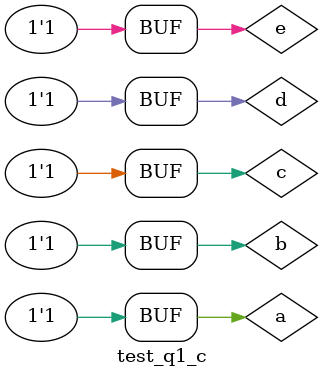
<source format=v>
`timescale 1ns / 1ps


module test_q1_c;

	// Inputs
	reg a;
	reg b;
	reg c;
	reg d;
	reg e;

	// Outputs
	wire o_p;

	// Instantiate the Unit Under Test (UUT)
	q1_c uut (
		.a(a), 
		.b(b), 
		.c(c), 
		.d(d), 
		.e(e), 
		.o_p(o_p)
	);

	initial begin
		// Initialize Inputs
		a = 0;
		b = 0;
		c = 0;
		d = 0;
		e = 0;

		// Wait 100 ns for global reset to finish
		repeat(31)
		begin
		#10;
		a=a^(b&c&d&e);
		b=b^(c&d&e);
		c=c^(d&e);
		d=d^e;
		e=e^1;
        end
		// Add stimulus here

	end
      
endmodule


</source>
